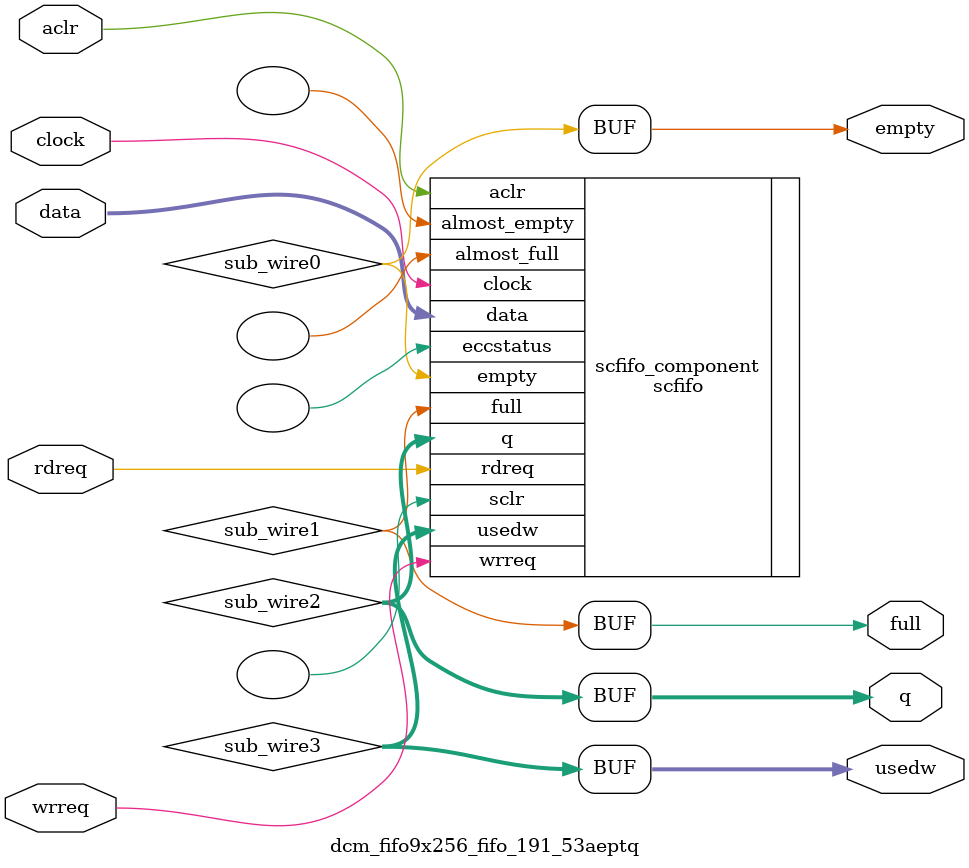
<source format=v>



`timescale 1 ps / 1 ps
// synopsys translate_on
module  dcm_fifo9x256_fifo_191_53aeptq  (
    aclr,
    clock,
    data,
    rdreq,
    wrreq,
    empty,
    full,
    q,
    usedw);

    input    aclr;
    input    clock;
    input  [8:0]  data;
    input    rdreq;
    input    wrreq;
    output   empty;
    output   full;
    output [8:0]  q;
    output [7:0]  usedw;

    wire  sub_wire0;
    wire  sub_wire1;
    wire [8:0] sub_wire2;
    wire [7:0] sub_wire3;
    wire  empty = sub_wire0;
    wire  full = sub_wire1;
    wire [8:0] q = sub_wire2[8:0];
    wire [7:0] usedw = sub_wire3[7:0];

    scfifo  scfifo_component (
                .aclr (aclr),
                .clock (clock),
                .data (data),
                .rdreq (rdreq),
                .wrreq (wrreq),
                .empty (sub_wire0),
                .full (sub_wire1),
                .q (sub_wire2),
                .usedw (sub_wire3),
                .almost_empty (),
                .almost_full (),
                .eccstatus (),
                .sclr ());
    defparam
        scfifo_component.add_ram_output_register  = "OFF",
        scfifo_component.enable_ecc  = "FALSE",
        scfifo_component.intended_device_family  = "Arria 10",
        scfifo_component.lpm_numwords  = 256,
        scfifo_component.lpm_showahead  = "ON",
        scfifo_component.lpm_type  = "scfifo",
        scfifo_component.lpm_width  = 9,
        scfifo_component.lpm_widthu  = 8,
        scfifo_component.overflow_checking  = "ON",
        scfifo_component.underflow_checking  = "ON",
        scfifo_component.use_eab  = "ON";


endmodule



</source>
